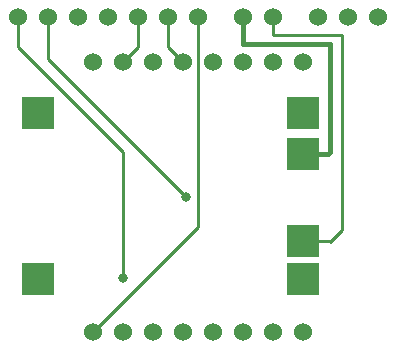
<source format=gtl>
%TF.GenerationSoftware,KiCad,Pcbnew,7.0.7*%
%TF.CreationDate,2023-09-21T08:57:22-06:00*%
%TF.ProjectId,magTable,6d616754-6162-46c6-952e-6b696361645f,rev?*%
%TF.SameCoordinates,Original*%
%TF.FileFunction,Copper,L1,Top*%
%TF.FilePolarity,Positive*%
%FSLAX46Y46*%
G04 Gerber Fmt 4.6, Leading zero omitted, Abs format (unit mm)*
G04 Created by KiCad (PCBNEW 7.0.7) date 2023-09-21 08:57:22*
%MOMM*%
%LPD*%
G01*
G04 APERTURE LIST*
%TA.AperFunction,ComponentPad*%
%ADD10R,2.800000X2.800000*%
%TD*%
%TA.AperFunction,ComponentPad*%
%ADD11C,1.524000*%
%TD*%
%TA.AperFunction,ViaPad*%
%ADD12C,0.800000*%
%TD*%
%TA.AperFunction,Conductor*%
%ADD13C,0.400000*%
%TD*%
%TA.AperFunction,Conductor*%
%ADD14C,0.254000*%
%TD*%
G04 APERTURE END LIST*
D10*
%TO.P,USB_CHRG\u002A\u002A,1*%
%TO.N,N/C*%
X127360000Y-90678000D03*
%TO.P,USB_CHRG\u002A\u002A,2*%
X127360000Y-104728000D03*
%TO.P,USB_CHRG\u002A\u002A,3*%
X149860000Y-90678000D03*
%TO.P,USB_CHRG\u002A\u002A,4*%
X149860000Y-104728000D03*
%TO.P,USB_CHRG\u002A\u002A,5*%
X149860000Y-94178000D03*
%TO.P,USB_CHRG\u002A\u002A,6*%
X149860000Y-101578000D03*
%TD*%
D11*
%TO.P,REF\u002A\u002A,1*%
%TO.N,N/C*%
X147320000Y-82550000D03*
%TO.P,REF\u002A\u002A,2*%
X144780000Y-82550000D03*
%TD*%
%TO.P,REF\u002A\u002A,00*%
%TO.N,N/C*%
X144780000Y-109220000D03*
%TO.P,REF\u002A\u002A,1*%
X144780000Y-86360000D03*
%TO.P,REF\u002A\u002A,2*%
X142240000Y-86360000D03*
%TO.P,REF\u002A\u002A,3*%
X139700000Y-86360000D03*
%TO.P,REF\u002A\u002A,3v*%
X132080000Y-109220000D03*
%TO.P,REF\u002A\u002A,4*%
X137160000Y-86360000D03*
%TO.P,REF\u002A\u002A,5*%
X142240000Y-109220000D03*
%TO.P,REF\u002A\u002A,5V*%
X132080000Y-86360000D03*
%TO.P,REF\u002A\u002A,6*%
X139700000Y-109220000D03*
%TO.P,REF\u002A\u002A,7*%
X137160000Y-109220000D03*
%TO.P,REF\u002A\u002A,8*%
X134620000Y-109220000D03*
%TO.P,REF\u002A\u002A,A0*%
X147320000Y-109220000D03*
%TO.P,REF\u002A\u002A,G*%
X134620000Y-86360000D03*
%TO.P,REF\u002A\u002A,RST*%
X149860000Y-109220000D03*
%TO.P,REF\u002A\u002A,RX*%
X147320000Y-86360000D03*
%TO.P,REF\u002A\u002A,TX*%
X149860000Y-86360000D03*
%TD*%
%TO.P,REF\u002A\u002A,1*%
%TO.N,N/C*%
X151130000Y-82550000D03*
%TO.P,REF\u002A\u002A,2*%
X153670000Y-82550000D03*
%TO.P,REF\u002A\u002A,3*%
X156210000Y-82550000D03*
%TD*%
%TO.P,REF\u002A\u002A,1*%
%TO.N,N/C*%
X140970000Y-82550000D03*
%TO.P,REF\u002A\u002A,2*%
X138430000Y-82550000D03*
%TO.P,REF\u002A\u002A,3*%
X135890000Y-82550000D03*
%TO.P,REF\u002A\u002A,4*%
X133350000Y-82550000D03*
%TO.P,REF\u002A\u002A,5*%
X130810000Y-82550000D03*
%TO.P,REF\u002A\u002A,6*%
X128270000Y-82550000D03*
%TO.P,REF\u002A\u002A,7*%
X125730000Y-82550000D03*
%TD*%
D12*
%TO.N,*%
X134620000Y-104648000D03*
X139954000Y-97790000D03*
%TD*%
D13*
%TO.N,*%
X151948000Y-94178000D02*
X149860000Y-94178000D01*
X152146000Y-93980000D02*
X151948000Y-94178000D01*
X152146000Y-84836000D02*
X152146000Y-93980000D01*
D14*
X152124000Y-101578000D02*
X149860000Y-101578000D01*
X152146000Y-101600000D02*
X152124000Y-101578000D01*
X153162000Y-100584000D02*
X152146000Y-101600000D01*
X153162000Y-84074000D02*
X153162000Y-100584000D01*
X147320000Y-82550000D02*
X147320000Y-84074000D01*
X147320000Y-84074000D02*
X153162000Y-84074000D01*
X140970000Y-82550000D02*
X140970000Y-100330000D01*
X138430000Y-85090000D02*
X139700000Y-86360000D01*
X135890000Y-82550000D02*
X135890000Y-85090000D01*
X125730000Y-85090000D02*
X134620000Y-93980000D01*
D13*
X144780000Y-82550000D02*
X144780000Y-84836000D01*
D14*
X125730000Y-82550000D02*
X125730000Y-85090000D01*
D13*
X144780000Y-84836000D02*
X152146000Y-84836000D01*
D14*
X140970000Y-100330000D02*
X132080000Y-109220000D01*
X138430000Y-82550000D02*
X138430000Y-85090000D01*
X128270000Y-86106000D02*
X139954000Y-97790000D01*
X135890000Y-85090000D02*
X134620000Y-86360000D01*
X134620000Y-93980000D02*
X134620000Y-104648000D01*
X128270000Y-82550000D02*
X128270000Y-86106000D01*
%TD*%
M02*

</source>
